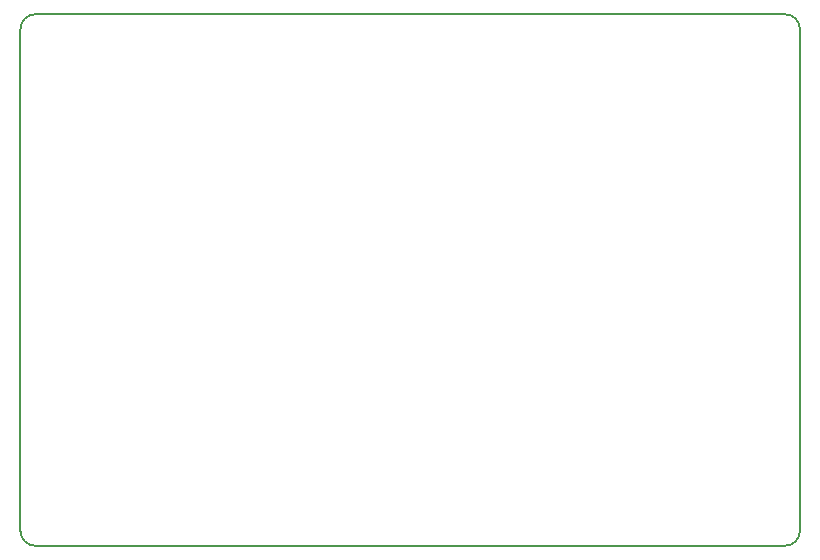
<source format=gko>
G04*
G04 #@! TF.GenerationSoftware,Altium Limited,Altium Designer,23.8.1 (32)*
G04*
G04 Layer_Color=16711935*
%FSLAX44Y44*%
%MOMM*%
G71*
G04*
G04 #@! TF.SameCoordinates,4EFDB198-7814-4870-AD9F-EEE93015B5C1*
G04*
G04*
G04 #@! TF.FilePolarity,Positive*
G04*
G01*
G75*
%ADD12C,0.1500*%
D12*
X12700Y450000D02*
G03*
X0Y437300I0J-12700D01*
G01*
X660000D02*
G03*
X647300Y450000I-12700J0D01*
G01*
Y0D02*
G03*
X660000Y12700I0J12700D01*
G01*
X0D02*
G03*
X12700Y0I12700J0D01*
G01*
X0Y20500D02*
Y437300D01*
X12700Y450000D02*
X647300D01*
X660000Y22000D02*
Y437300D01*
Y12700D02*
Y22000D01*
X12700Y0D02*
X647300D01*
X0Y12700D02*
Y20500D01*
M02*

</source>
